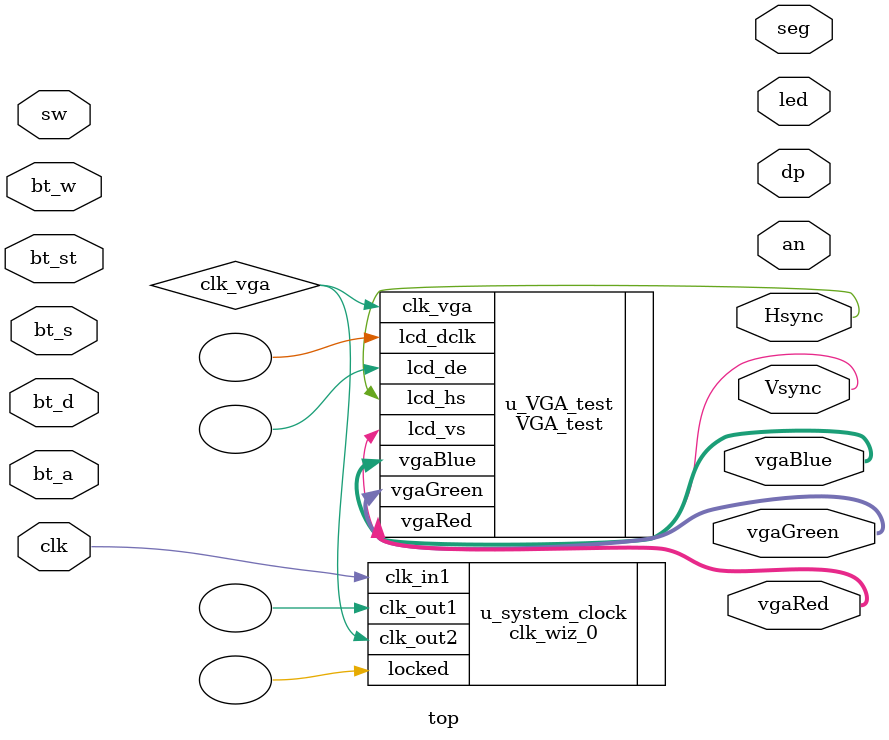
<source format=v>
/*=======================================================
Author				:				ctlvie
Email Address		:				ctlvie@gmail.com
Filename			:				top.v
Date				:				2019-04-14
Description			:				the top module

Modification History:
Date		By			Version		Description
----------------------------------------------------------
180506		ctlvie		0.1         VGA test
========================================================*/

`timescale 1ns/1ns

module top
(	
	input 					clk,
	input 					bt_w,
	input 					bt_a,
	input 					bt_s,
	input 					bt_d,
	input 					bt_st,
	input		[15:0]		sw,	
	output					Hsync,
	output					Vsync,
	output		[3:0]		vgaRed,
	output		[3:0]		vgaBlue,
	output		[3:0]		vgaGreen,
	output		[3:0]		an,
	output		[6:0]		seg,
	output					dp,
	output		[15:0]		led
);

wire clk_vga;
clk_wiz_0 u_system_clock
  (
  // Clock out ports  
  .clk_out1(),          //100MHz
  .clk_out2(clk_vga),  //25MHz for VGA
  // Status and control signals               
  .locked(),
 // Clock in ports
  .clk_in1(clk)
  );


VGA_test u_VGA_test
(
	.clk_vga        (clk_vga),			//VGA_clock
	
	//lcd interface
	.lcd_dclk       (),		//lcd pixel clock			
	.lcd_hs         (Hsync),			//lcd horizontal sync 
	.lcd_vs         (Vsync),			//lcd vertical sync
    .lcd_de         (),			//lcd data enable
    .vgaRed         (vgaRed),
    .vgaBlue        (vgaBlue),
    .vgaGreen       (vgaGreen)
);

endmodule
</source>
